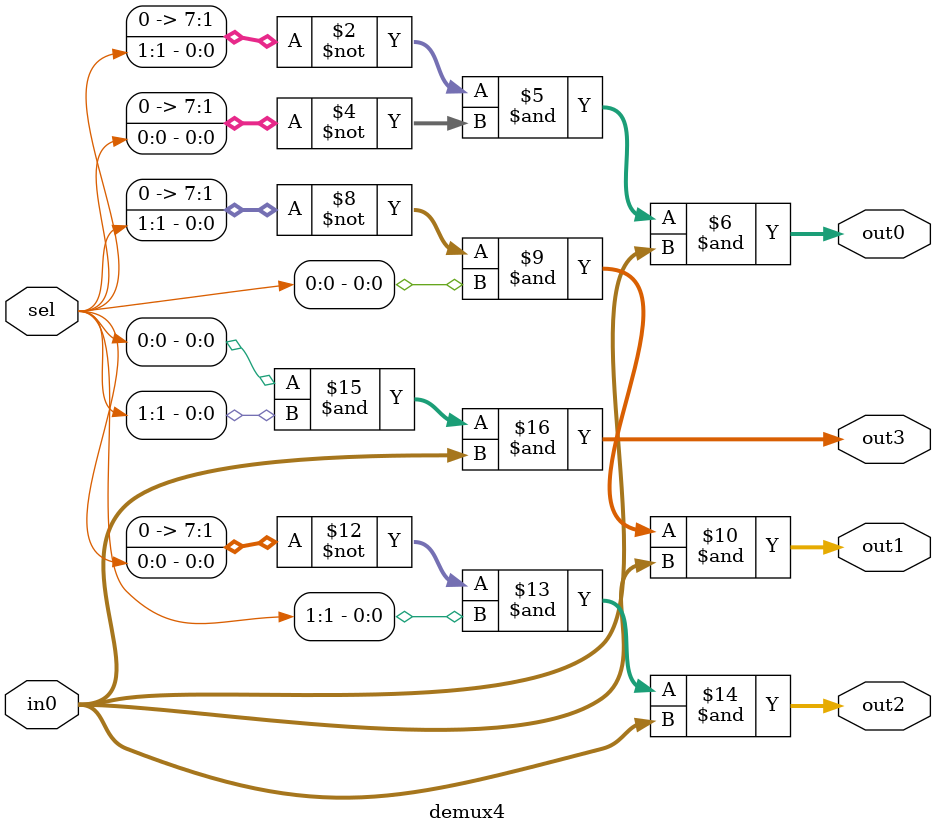
<source format=v>
`timescale 1ns / 1ps

module demux4(
                 input [7:0] in0,
                 input [1:0] sel,
                 output [7:0] out0,
                 output [7:0] out1,
                 output [7:0] out2,
                 output [7:0] out3
              );
  assign out0=~sel[1]&(~sel[0])&in0;
  assign out1=~sel[1]&sel[0]&in0;
  assign out2=~sel[0]&sel[1]&in0;
  assign out3=sel[0]&sel[1]&in0; 
endmodule

</source>
